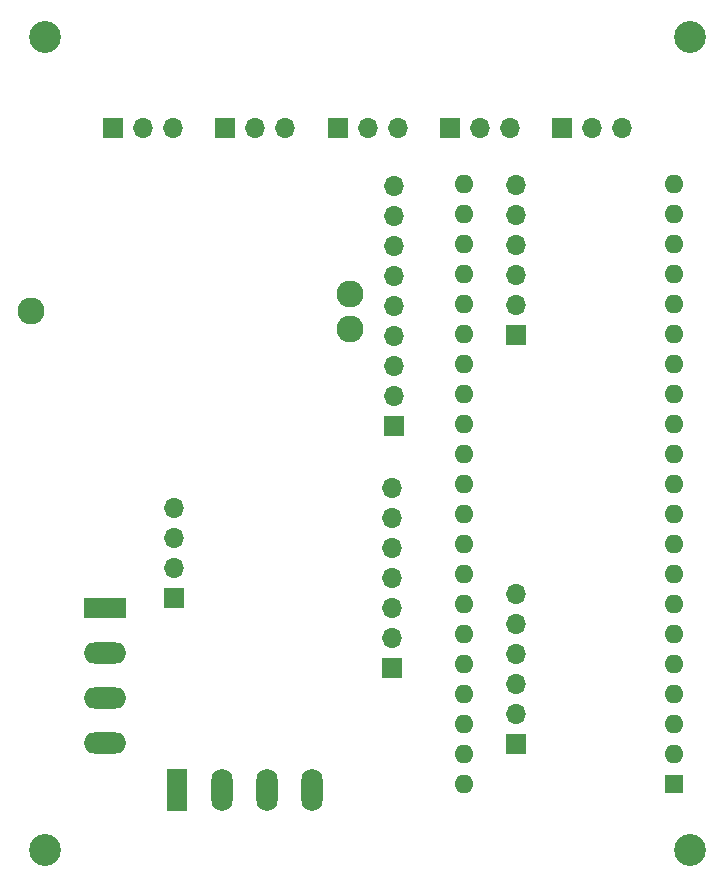
<source format=gbr>
G04 #@! TF.GenerationSoftware,KiCad,Pcbnew,(5.1.5)-3*
G04 #@! TF.CreationDate,2020-09-03T11:07:22+02:00*
G04 #@! TF.ProjectId,StepperClockMasterTinyK22,53746570-7065-4724-936c-6f636b4d6173,rev?*
G04 #@! TF.SameCoordinates,Original*
G04 #@! TF.FileFunction,Soldermask,Bot*
G04 #@! TF.FilePolarity,Negative*
%FSLAX46Y46*%
G04 Gerber Fmt 4.6, Leading zero omitted, Abs format (unit mm)*
G04 Created by KiCad (PCBNEW (5.1.5)-3) date 2020-09-03 11:07:22*
%MOMM*%
%LPD*%
G04 APERTURE LIST*
%ADD10R,1.700000X1.700000*%
%ADD11O,1.700000X1.700000*%
%ADD12O,3.600000X1.800000*%
%ADD13R,3.600000X1.800000*%
%ADD14O,1.800000X3.600000*%
%ADD15R,1.800000X3.600000*%
%ADD16O,1.600000X1.600000*%
%ADD17R,1.600000X1.600000*%
%ADD18C,2.700000*%
%ADD19C,2.290000*%
G04 APERTURE END LIST*
D10*
X137580000Y-101490000D03*
D11*
X137580000Y-98950000D03*
X137580000Y-96410000D03*
X137580000Y-93870000D03*
X137580000Y-91330000D03*
X137580000Y-88790000D03*
D10*
X137580000Y-136130000D03*
D11*
X137580000Y-133590000D03*
X137580000Y-131050000D03*
X137580000Y-128510000D03*
X137580000Y-125970000D03*
X137580000Y-123430000D03*
D12*
X102840000Y-136040000D03*
X102840000Y-132230000D03*
X102840000Y-128420000D03*
D13*
X102840000Y-124610000D03*
D14*
X120330000Y-140000000D03*
X116520000Y-140000000D03*
X112710000Y-140000000D03*
D15*
X108900000Y-140000000D03*
D16*
X133210000Y-139560000D03*
X150990000Y-88760000D03*
X133210000Y-137020000D03*
X150990000Y-91300000D03*
X133210000Y-134480000D03*
X150990000Y-93840000D03*
X133210000Y-131940000D03*
X150990000Y-96380000D03*
X133210000Y-129400000D03*
X150990000Y-98920000D03*
X133210000Y-126860000D03*
X150990000Y-101460000D03*
X133210000Y-124320000D03*
X150990000Y-104000000D03*
X133210000Y-121780000D03*
X150990000Y-106540000D03*
X133210000Y-119240000D03*
X150990000Y-109080000D03*
X133210000Y-116700000D03*
X150990000Y-111620000D03*
X133210000Y-114160000D03*
X150990000Y-114160000D03*
X133210000Y-111620000D03*
X150990000Y-116700000D03*
X133210000Y-109080000D03*
X150990000Y-119240000D03*
X133210000Y-106540000D03*
X150990000Y-121780000D03*
X133210000Y-104000000D03*
X150990000Y-124320000D03*
X133210000Y-101460000D03*
X150990000Y-126860000D03*
X133210000Y-98920000D03*
X150990000Y-129400000D03*
X133210000Y-96380000D03*
X150990000Y-131940000D03*
X133210000Y-93840000D03*
X150990000Y-134480000D03*
X133210000Y-91300000D03*
X150990000Y-137020000D03*
X133210000Y-88760000D03*
D17*
X150990000Y-139560000D03*
D10*
X127130000Y-129720000D03*
D11*
X127130000Y-127180000D03*
X127130000Y-124640000D03*
X127130000Y-122100000D03*
X127130000Y-119560000D03*
X127130000Y-117020000D03*
X127130000Y-114480000D03*
D10*
X127260000Y-109230000D03*
D11*
X127260000Y-106690000D03*
X127260000Y-104150000D03*
X127260000Y-101610000D03*
X127260000Y-99070000D03*
X127260000Y-96530000D03*
X127260000Y-93990000D03*
X127260000Y-91450000D03*
X127260000Y-88910000D03*
D10*
X108700000Y-123760000D03*
D11*
X108700000Y-121220000D03*
X108700000Y-118680000D03*
X108700000Y-116140000D03*
D10*
X141500000Y-83950000D03*
D11*
X144040000Y-83950000D03*
X146580000Y-83950000D03*
D10*
X132000000Y-83950000D03*
D11*
X134540000Y-83950000D03*
X137080000Y-83950000D03*
D10*
X122510000Y-83950000D03*
D11*
X125050000Y-83950000D03*
X127590000Y-83950000D03*
D10*
X113010000Y-83950000D03*
D11*
X115550000Y-83950000D03*
X118090000Y-83950000D03*
D10*
X103510000Y-83950000D03*
D11*
X106050000Y-83950000D03*
X108590000Y-83950000D03*
D18*
X152340000Y-145100000D03*
X97750000Y-145100000D03*
X97750000Y-76280000D03*
X152350000Y-76280000D03*
D19*
X123530000Y-101010000D03*
X123530000Y-98010000D03*
X96530000Y-99510000D03*
M02*

</source>
